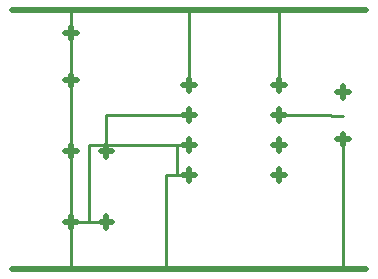
<source format=gbr>
G04 Gerber file generated by Gerbonara*
%MOMM*%
%FSLAX45Y45*%
%IPPOS*%
G75
%LPD*%
%ADD10C,0.5*%
%ADD11C,0.25*%
D10*
X001450000Y001200000D02*
X001550000Y001200000D01*
X001500000Y001150000D02*
X001500000Y001250000D01*
X002212000Y001200000D02*
X002312000Y001200000D01*
X002262000Y001150000D02*
X002262000Y001250000D01*
X001450000Y001454000D02*
X001550000Y001454000D01*
X001500000Y001404000D02*
X001500000Y001504000D01*
X002212000Y001454000D02*
X002312000Y001454000D01*
X002262000Y001404000D02*
X002262000Y001504000D01*
X001450000Y001708000D02*
X001550000Y001708000D01*
X001500000Y001658000D02*
X001500000Y001758000D01*
X002212000Y001708000D02*
X002312000Y001708000D01*
X002262000Y001658000D02*
X002262000Y001758000D01*
X001450000Y001962000D02*
X001550000Y001962000D01*
X001500000Y001912000D02*
X001500000Y002012000D01*
X002212000Y001962000D02*
X002312000Y001962000D01*
X002262000Y001912000D02*
X002262000Y002012000D01*
X000450000Y000800000D02*
X000550000Y000800000D01*
X000500000Y000750000D02*
X000500000Y000850000D01*
X000450000Y001400000D02*
X000550000Y001400000D01*
X000500000Y001350000D02*
X000500000Y001450000D01*
X000750000Y000800000D02*
X000850000Y000800000D01*
X000800000Y000750000D02*
X000800000Y000850000D01*
X000750000Y001400000D02*
X000850000Y001400000D01*
X000800000Y001350000D02*
X000800000Y001450000D01*
X000450000Y002000000D02*
X000550000Y002000000D01*
X000500000Y001950000D02*
X000500000Y002050000D01*
X000450000Y002400000D02*
X000550000Y002400000D01*
X000500000Y002350000D02*
X000500000Y002450000D01*
X002750000Y001500000D02*
X002850000Y001500000D01*
X002800000Y001450000D02*
X002800000Y001550000D01*
X002750000Y001900000D02*
X002850000Y001900000D01*
X002800000Y001850000D02*
X002800000Y001950000D01*
X0Y002600000D02*
X003000000Y002600000D01*
X0Y000400000D02*
X003000000Y000400000D01*
D11*
X002262000Y001962000D02*
X002262000Y002600000D01*
X001500000Y001962000D02*
X001500000Y002600000D01*
X001500000Y001200000D02*
X001300000Y001200000D01*
X001300000Y000400000D01*
X000500000Y001400000D02*
X000500000Y002600000D01*
X000500000Y000800000D02*
X000800000Y000800000D01*
X000800000Y001400000D02*
X000800000Y001708000D01*
X001500000Y001708000D01*
X000650000Y000800000D02*
X000650000Y001454000D01*
X001500000Y001454000D01*
X001500000Y001200000D02*
X001400000Y001200000D01*
X001400000Y001454000D01*
X001500000Y001454000D01*
X000500000Y002400000D02*
X000500000Y001454000D01*
X000500000Y002000000D02*
X000500000Y000400000D01*
X002262000Y001708000D02*
X002700000Y001708000D01*
X002700000Y001700000D01*
X002800000Y001700000D01*
X002800000Y001500000D02*
X002800000Y000400000D01*
M02*
</source>
